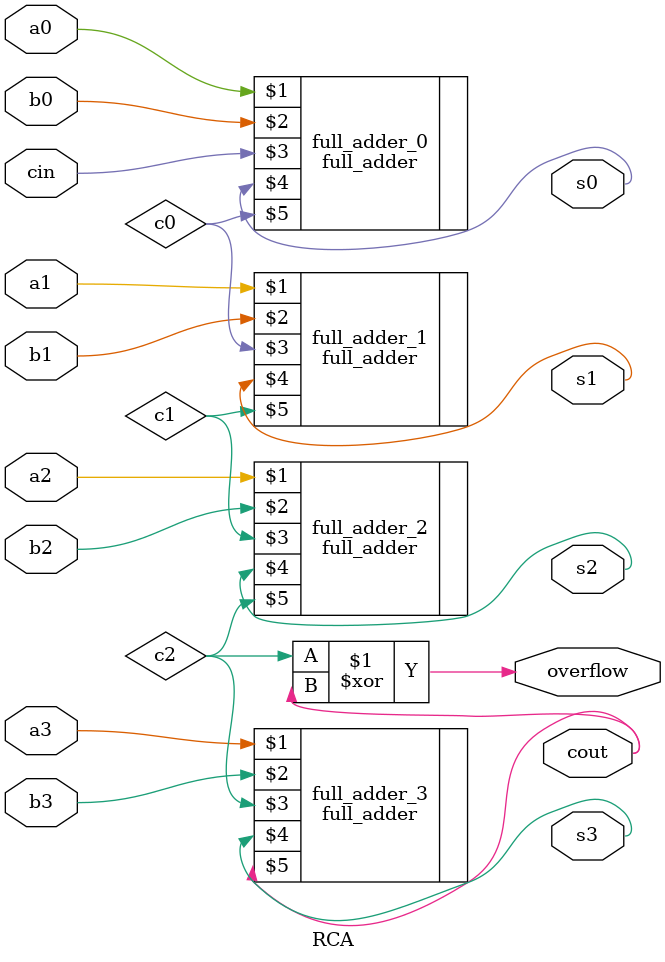
<source format=v>
module RCA (a0,b0,a1,b1,a2,b2,a3,b3,cin,cout,s0,s1,s2,s3,overflow);

	input a0,b0,a1,b1,a2,b2,a3,b3,cin;
	output cout,s0,s1,s2,s3,overflow;
  
	wire c0, c1, c2;
  
	full_adder full_adder_0(a0,b0,cin,s0,c0);
	full_adder full_adder_1(a1,b1,c0,s1,c1);
	full_adder full_adder_2(a2,b2,c1,s2,c2);
	full_adder full_adder_3(a3,b3,c2,s3,cout);
	
	xor xor1(overflow,c2,cout); 
	
endmodule
</source>
